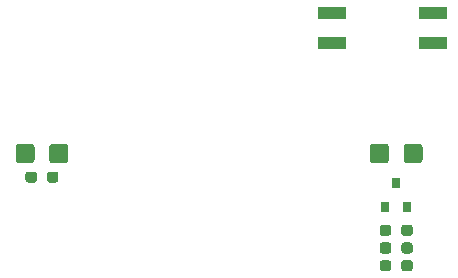
<source format=gbr>
%TF.GenerationSoftware,KiCad,Pcbnew,(5.1.7)-1*%
%TF.CreationDate,2020-11-01T18:22:08+02:00*%
%TF.ProjectId,Piirilevy_dsp,50696972-696c-4657-9679-5f6473702e6b,rev?*%
%TF.SameCoordinates,Original*%
%TF.FileFunction,Paste,Top*%
%TF.FilePolarity,Positive*%
%FSLAX46Y46*%
G04 Gerber Fmt 4.6, Leading zero omitted, Abs format (unit mm)*
G04 Created by KiCad (PCBNEW (5.1.7)-1) date 2020-11-01 18:22:08*
%MOMM*%
%LPD*%
G01*
G04 APERTURE LIST*
%ADD10R,0.800000X0.900000*%
%ADD11R,2.440000X1.120000*%
G04 APERTURE END LIST*
%TO.C,R1*%
G36*
G01*
X165425000Y-97237500D02*
X165425000Y-96762500D01*
G75*
G02*
X165662500Y-96525000I237500J0D01*
G01*
X166162500Y-96525000D01*
G75*
G02*
X166400000Y-96762500I0J-237500D01*
G01*
X166400000Y-97237500D01*
G75*
G02*
X166162500Y-97475000I-237500J0D01*
G01*
X165662500Y-97475000D01*
G75*
G02*
X165425000Y-97237500I0J237500D01*
G01*
G37*
G36*
G01*
X163600000Y-97237500D02*
X163600000Y-96762500D01*
G75*
G02*
X163837500Y-96525000I237500J0D01*
G01*
X164337500Y-96525000D01*
G75*
G02*
X164575000Y-96762500I0J-237500D01*
G01*
X164575000Y-97237500D01*
G75*
G02*
X164337500Y-97475000I-237500J0D01*
G01*
X163837500Y-97475000D01*
G75*
G02*
X163600000Y-97237500I0J237500D01*
G01*
G37*
%TD*%
%TO.C,R4*%
G36*
G01*
X135425000Y-89737500D02*
X135425000Y-89262500D01*
G75*
G02*
X135662500Y-89025000I237500J0D01*
G01*
X136162500Y-89025000D01*
G75*
G02*
X136400000Y-89262500I0J-237500D01*
G01*
X136400000Y-89737500D01*
G75*
G02*
X136162500Y-89975000I-237500J0D01*
G01*
X135662500Y-89975000D01*
G75*
G02*
X135425000Y-89737500I0J237500D01*
G01*
G37*
G36*
G01*
X133600000Y-89737500D02*
X133600000Y-89262500D01*
G75*
G02*
X133837500Y-89025000I237500J0D01*
G01*
X134337500Y-89025000D01*
G75*
G02*
X134575000Y-89262500I0J-237500D01*
G01*
X134575000Y-89737500D01*
G75*
G02*
X134337500Y-89975000I-237500J0D01*
G01*
X133837500Y-89975000D01*
G75*
G02*
X133600000Y-89737500I0J237500D01*
G01*
G37*
%TD*%
%TO.C,R3*%
G36*
G01*
X165425000Y-94237500D02*
X165425000Y-93762500D01*
G75*
G02*
X165662500Y-93525000I237500J0D01*
G01*
X166162500Y-93525000D01*
G75*
G02*
X166400000Y-93762500I0J-237500D01*
G01*
X166400000Y-94237500D01*
G75*
G02*
X166162500Y-94475000I-237500J0D01*
G01*
X165662500Y-94475000D01*
G75*
G02*
X165425000Y-94237500I0J237500D01*
G01*
G37*
G36*
G01*
X163600000Y-94237500D02*
X163600000Y-93762500D01*
G75*
G02*
X163837500Y-93525000I237500J0D01*
G01*
X164337500Y-93525000D01*
G75*
G02*
X164575000Y-93762500I0J-237500D01*
G01*
X164575000Y-94237500D01*
G75*
G02*
X164337500Y-94475000I-237500J0D01*
G01*
X163837500Y-94475000D01*
G75*
G02*
X163600000Y-94237500I0J237500D01*
G01*
G37*
%TD*%
%TO.C,R2*%
G36*
G01*
X165425000Y-95737500D02*
X165425000Y-95262500D01*
G75*
G02*
X165662500Y-95025000I237500J0D01*
G01*
X166162500Y-95025000D01*
G75*
G02*
X166400000Y-95262500I0J-237500D01*
G01*
X166400000Y-95737500D01*
G75*
G02*
X166162500Y-95975000I-237500J0D01*
G01*
X165662500Y-95975000D01*
G75*
G02*
X165425000Y-95737500I0J237500D01*
G01*
G37*
G36*
G01*
X163600000Y-95737500D02*
X163600000Y-95262500D01*
G75*
G02*
X163837500Y-95025000I237500J0D01*
G01*
X164337500Y-95025000D01*
G75*
G02*
X164575000Y-95262500I0J-237500D01*
G01*
X164575000Y-95737500D01*
G75*
G02*
X164337500Y-95975000I-237500J0D01*
G01*
X163837500Y-95975000D01*
G75*
G02*
X163600000Y-95737500I0J237500D01*
G01*
G37*
%TD*%
D10*
%TO.C,Q1*%
X165000000Y-90000000D03*
X165950000Y-92000000D03*
X164050000Y-92000000D03*
%TD*%
%TO.C,D2*%
G36*
G01*
X135625000Y-88075000D02*
X135625000Y-86925000D01*
G75*
G02*
X135875000Y-86675000I250000J0D01*
G01*
X136975000Y-86675000D01*
G75*
G02*
X137225000Y-86925000I0J-250000D01*
G01*
X137225000Y-88075000D01*
G75*
G02*
X136975000Y-88325000I-250000J0D01*
G01*
X135875000Y-88325000D01*
G75*
G02*
X135625000Y-88075000I0J250000D01*
G01*
G37*
G36*
G01*
X132775000Y-88075000D02*
X132775000Y-86925000D01*
G75*
G02*
X133025000Y-86675000I250000J0D01*
G01*
X134125000Y-86675000D01*
G75*
G02*
X134375000Y-86925000I0J-250000D01*
G01*
X134375000Y-88075000D01*
G75*
G02*
X134125000Y-88325000I-250000J0D01*
G01*
X133025000Y-88325000D01*
G75*
G02*
X132775000Y-88075000I0J250000D01*
G01*
G37*
%TD*%
%TO.C,D1*%
G36*
G01*
X165625000Y-88075000D02*
X165625000Y-86925000D01*
G75*
G02*
X165875000Y-86675000I250000J0D01*
G01*
X166975000Y-86675000D01*
G75*
G02*
X167225000Y-86925000I0J-250000D01*
G01*
X167225000Y-88075000D01*
G75*
G02*
X166975000Y-88325000I-250000J0D01*
G01*
X165875000Y-88325000D01*
G75*
G02*
X165625000Y-88075000I0J250000D01*
G01*
G37*
G36*
G01*
X162775000Y-88075000D02*
X162775000Y-86925000D01*
G75*
G02*
X163025000Y-86675000I250000J0D01*
G01*
X164125000Y-86675000D01*
G75*
G02*
X164375000Y-86925000I0J-250000D01*
G01*
X164375000Y-88075000D01*
G75*
G02*
X164125000Y-88325000I-250000J0D01*
G01*
X163025000Y-88325000D01*
G75*
G02*
X162775000Y-88075000I0J250000D01*
G01*
G37*
%TD*%
D11*
%TO.C,SW1*%
X168135000Y-75565000D03*
X159525000Y-78105000D03*
X168135000Y-78105000D03*
X159525000Y-75565000D03*
%TD*%
M02*

</source>
